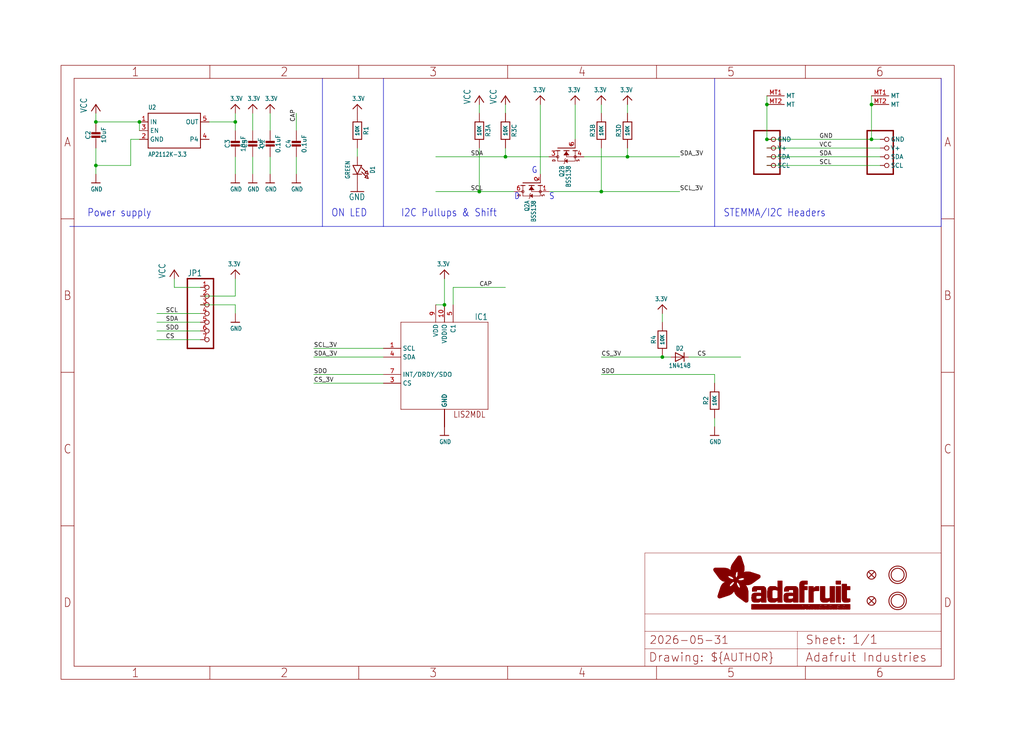
<source format=kicad_sch>
(kicad_sch (version 20230121) (generator eeschema)
  (paper "User" 298.45 217.322)
  (lib_symbols
    (symbol "working-eagle-import:3.3V" (power)
      (property "Value" "3.3V" (at -1.524 1.016 0))
      (symbol "3.3V_1_0"
        (pin power_in line (at 0 -2.54 90) (length 2.54) (name "3.3V") (number "1"))
      )
    )
    (symbol "working-eagle-import:CAP_CERAMIC0603_NO"
      (property "Reference" "C" (at -2.29 1.25 90))
      (symbol "CAP_CERAMIC0603_NO_1_0"
        (pin passive line (at 0 5.08 270) (length 2.54) (name "1") (number "1"))
        (pin passive line (at 0 -2.54 90) (length 2.54) (name "2") (number "2"))
      )
    )
    (symbol "working-eagle-import:CAP_CERAMIC0805-NOOUTLINE"
      (property "Reference" "C" (at -2.29 1.25 90))
      (symbol "CAP_CERAMIC0805-NOOUTLINE_1_0"
        (pin passive line (at 0 5.08 270) (length 2.54) (name "1") (number "1"))
        (pin passive line (at 0 -2.54 90) (length 2.54) (name "2") (number "2"))
      )
    )
    (symbol "working-eagle-import:DIODESOD-323"
      (property "Reference" "D" (at 0 2.54 0))
      (symbol "DIODESOD-323_1_0"
        (pin passive line (at -2.54 0 0) (length 2.54) (name "A") (number "A"))
        (pin passive line (at 2.54 0 180) (length 2.54) (name "C") (number "C"))
      )
    )
    (symbol "working-eagle-import:FIDUCIAL_1MM")
    (symbol "working-eagle-import:FRAME_A4_ADAFRUIT"
      (symbol "FRAME_A4_ADAFRUIT_1_0"
        (text "${#}/${##}" (at 230.505 10.16 0) (effects (font (size 2.54 2.54)) (justify left bottom)))
        (text "${AUTHOR}" (at 189.23 5.08 0) (effects (font (size 2.286 2.286)) (justify left bottom)))
        (text "${CURRENT_DATE}" (at 171.45 10.16 0) (effects (font (size 2.286 2.286)) (justify left bottom)))
        (text "${PROJECTNAME}" (at 171.45 15.24 0) (effects (font (size 2.54 2.54)) (justify left bottom)))
        (text "1" (at 21.6958 1.905 0) (effects (font (size 2.54 2.286))))
        (text "1" (at 21.6958 177.165 0) (effects (font (size 2.54 2.286))))
        (text "2" (at 65.0875 1.905 0) (effects (font (size 2.54 2.286))))
        (text "2" (at 65.0875 177.165 0) (effects (font (size 2.54 2.286))))
        (text "3" (at 108.4792 1.905 0) (effects (font (size 2.54 2.286))))
        (text "3" (at 108.4792 177.165 0) (effects (font (size 2.54 2.286))))
        (text "4" (at 151.8708 1.905 0) (effects (font (size 2.54 2.286))))
        (text "4" (at 151.8708 177.165 0) (effects (font (size 2.54 2.286))))
        (text "5" (at 195.2625 1.905 0) (effects (font (size 2.54 2.286))))
        (text "5" (at 195.2625 177.165 0) (effects (font (size 2.54 2.286))))
        (text "6" (at 238.6542 1.905 0) (effects (font (size 2.54 2.286))))
        (text "6" (at 238.6542 177.165 0) (effects (font (size 2.54 2.286))))
        (text "A" (at 1.905 156.6863 0) (effects (font (size 2.54 2.286))))
        (text "A" (at 258.445 156.6863 0) (effects (font (size 2.54 2.286))))
        (text "Adafruit Industries" (at 216.916 4.953 0) (effects (font (size 2.54 2.54)) (justify left bottom)))
        (text "B" (at 1.905 111.9188 0) (effects (font (size 2.54 2.286))))
        (text "B" (at 258.445 111.9188 0) (effects (font (size 2.54 2.286))))
        (text "C" (at 1.905 67.1513 0) (effects (font (size 2.54 2.286))))
        (text "C" (at 258.445 67.1513 0) (effects (font (size 2.54 2.286))))
        (text "D" (at 1.905 22.3838 0) (effects (font (size 2.54 2.286))))
        (text "D" (at 258.445 22.3838 0) (effects (font (size 2.54 2.286))))
        (text "Drawing:" (at 171.196 4.953 0) (effects (font (size 2.54 2.54)) (justify left bottom)))
        (text "Sheet:" (at 216.916 10.033 0) (effects (font (size 2.54 2.54)) (justify left bottom)))
      )
    )
    (symbol "working-eagle-import:GND" (power)
      (property "Value" "GND" (at -1.524 -2.54 0))
      (symbol "GND_1_0"
        (pin power_in line (at 0 2.54 270) (length 2.54) (name "GND") (number "1"))
      )
    )
    (symbol "working-eagle-import:HEADER-1X770MIL"
      (property "Reference" "JP" (at -6.35 10.795 0))
      (symbol "HEADER-1X770MIL_1_0"
        (pin passive inverted (at -2.54 7.62 0) (length 2.54) (name "1") (number "1"))
        (pin passive inverted (at -2.54 5.08 0) (length 2.54) (name "2") (number "2"))
        (pin passive inverted (at -2.54 2.54 0) (length 2.54) (name "3") (number "3"))
        (pin passive inverted (at -2.54 0 0) (length 2.54) (name "4") (number "4"))
        (pin passive inverted (at -2.54 -2.54 0) (length 2.54) (name "5") (number "5"))
        (pin passive inverted (at -2.54 -5.08 0) (length 2.54) (name "6") (number "6"))
        (pin passive inverted (at -2.54 -7.62 0) (length 2.54) (name "7") (number "7"))
      )
    )
    (symbol "working-eagle-import:LED0603_NOOUTLINE"
      (property "Reference" "D" (at -1.27 4.445 0))
      (symbol "LED0603_NOOUTLINE_1_0"
        (pin passive line (at -5.08 0 0) (length 2.54) (name "A") (number "A"))
        (pin passive line (at 2.54 0 180) (length 2.54) (name "C") (number "C"))
      )
    )
    (symbol "working-eagle-import:LIS2MDL"
      (property "Reference" "IC" (at 12.7 15.24 0))
      (symbol "LIS2MDL_1_0"
        (text "LIS2MDL" (at 2.54 -15.24 0) (effects (font (size 1.778 1.5113)) (justify left bottom)))
        (pin input line (at -17.78 5.08 0) (length 5.08) (name "SCL") (number "1"))
        (pin power_in line (at 0 17.78 270) (length 5.08) (name "VDDIO") (number "10"))
        (pin power_in line (at 0 -17.78 90) (length 5.08) (name "GND") (number "11"))
        (pin power_in line (at 0 -17.78 90) (length 5.08) (name "GND") (number "12"))
        (pin power_in line (at 0 -17.78 90) (length 5.08) (name "GND") (number "2"))
        (pin input line (at -17.78 -5.08 0) (length 5.08) (name "CS") (number "3"))
        (pin bidirectional line (at -17.78 2.54 0) (length 5.08) (name "SDA") (number "4"))
        (pin input line (at 2.54 17.78 270) (length 5.08) (name "C1") (number "5"))
        (pin power_in line (at 0 -17.78 90) (length 5.08) (name "GND") (number "6"))
        (pin bidirectional line (at -17.78 -2.54 0) (length 5.08) (name "INT/DRDY/SDO") (number "7"))
        (pin power_in line (at 0 -17.78 90) (length 5.08) (name "GND") (number "8"))
        (pin power_in line (at -2.54 17.78 270) (length 5.08) (name "VDD") (number "9"))
      )
    )
    (symbol "working-eagle-import:MOSFET-N_DUAL"
      (property "Reference" "Q" (at 5.08 0.635 0))
      (symbol "MOSFET-N_DUAL_1_0"
        (text "D" (at 3.175 3.175 0) (effects (font (size 0.8128 0.6908)) (justify left bottom)))
        (text "G" (at -1.27 -1.905 0) (effects (font (size 0.8128 0.6908)) (justify left bottom)))
        (text "S" (at 3.175 -3.81 0) (effects (font (size 0.8128 0.6908)) (justify left bottom)))
        (pin bidirectional line (at 2.54 -5.08 90) (length 2.54) (name "S") (number "1"))
        (pin bidirectional line (at -2.54 -2.54 0) (length 2.54) (name "G") (number "2"))
        (pin bidirectional line (at 2.54 5.08 270) (length 2.54) (name "D") (number "6"))
      )
      (symbol "MOSFET-N_DUAL_2_0"
        (text "D" (at 3.175 3.175 0) (effects (font (size 0.8128 0.6908)) (justify left bottom)))
        (text "G" (at -1.27 -1.905 0) (effects (font (size 0.8128 0.6908)) (justify left bottom)))
        (text "S" (at 3.175 -3.81 0) (effects (font (size 0.8128 0.6908)) (justify left bottom)))
        (pin bidirectional line (at 2.54 5.08 270) (length 2.54) (name "D") (number "3"))
        (pin bidirectional line (at 2.54 -5.08 90) (length 2.54) (name "S") (number "4"))
        (pin bidirectional line (at -2.54 -2.54 0) (length 2.54) (name "G") (number "5"))
      )
    )
    (symbol "working-eagle-import:MOUNTINGHOLE2.5")
    (symbol "working-eagle-import:RESISTOR_0603_NOOUT"
      (property "Reference" "R" (at 0 2.54 0))
      (symbol "RESISTOR_0603_NOOUT_1_0"
        (pin passive line (at -5.08 0 0) (length 2.54) (name "1") (number "1"))
        (pin passive line (at 5.08 0 180) (length 2.54) (name "2") (number "2"))
      )
    )
    (symbol "working-eagle-import:RESISTOR_4PACK"
      (property "Reference" "R" (at 0 2.54 0))
      (symbol "RESISTOR_4PACK_1_0"
        (pin passive line (at -5.08 0 0) (length 2.54) (name "1") (number "1"))
        (pin passive line (at 5.08 0 180) (length 2.54) (name "2") (number "8"))
      )
      (symbol "RESISTOR_4PACK_2_0"
        (pin passive line (at -5.08 0 0) (length 2.54) (name "1") (number "2"))
        (pin passive line (at 5.08 0 180) (length 2.54) (name "2") (number "7"))
      )
      (symbol "RESISTOR_4PACK_3_0"
        (pin passive line (at -5.08 0 0) (length 2.54) (name "1") (number "3"))
        (pin passive line (at 5.08 0 180) (length 2.54) (name "2") (number "6"))
      )
      (symbol "RESISTOR_4PACK_4_0"
        (pin passive line (at -5.08 0 0) (length 2.54) (name "1") (number "4"))
        (pin passive line (at 5.08 0 180) (length 2.54) (name "2") (number "5"))
      )
    )
    (symbol "working-eagle-import:STEMMA_I2C_QT"
      (symbol "STEMMA_I2C_QT_1_0"
        (pin passive inverted (at 0 5.08 0) (length 2.54) (name "GND") (number "1"))
        (pin passive inverted (at 0 2.54 0) (length 2.54) (name "V+") (number "2"))
        (pin passive inverted (at 0 0 0) (length 2.54) (name "SDA") (number "3"))
        (pin passive inverted (at 0 -2.54 0) (length 2.54) (name "SCL") (number "4"))
      )
      (symbol "STEMMA_I2C_QT_2_0"
        (pin bidirectional line (at 0 0 0) (length 5.08) (name "MT") (number "MT1"))
      )
      (symbol "STEMMA_I2C_QT_3_0"
        (pin bidirectional line (at 0 0 0) (length 5.08) (name "MT") (number "MT2"))
      )
    )
    (symbol "working-eagle-import:VCC" (power)
      (property "Value" "VCC" (at -2.54 -2.54 90))
      (symbol "VCC_1_0"
        (pin power_in line (at 0 -2.54 90) (length 2.54) (name "VCC") (number "1"))
      )
    )
    (symbol "working-eagle-import:VREG_SOT23-5"
      (property "Reference" "U" (at -7.62 6.096 0))
      (symbol "VREG_SOT23-5_1_0"
        (pin power_in line (at -10.16 2.54 0) (length 2.54) (name "IN") (number "1"))
        (pin power_in line (at -10.16 -2.54 0) (length 2.54) (name "GND") (number "2"))
        (pin input line (at -10.16 0 0) (length 2.54) (name "EN") (number "3"))
        (pin bidirectional line (at 10.16 -2.54 180) (length 2.54) (name "P4") (number "4"))
        (pin power_in line (at 10.16 2.54 180) (length 2.54) (name "OUT") (number "5"))
      )
    )
    (symbol "working-eagle-import:supply1_GND" (power)
      (property "Value" "supply1_GND" (at -2.54 -2.54 0))
      (symbol "supply1_GND_1_0"
        (pin power_in line (at 0 2.54 270) (length 2.54) (name "GND") (number "1"))
      )
    )
  )
  (junction (at 223.52 40.64))
  (junction (at 175.26 55.88))
  (junction (at 182.88 45.72))
  (junction (at 193.04 104.14))
  (junction (at 68.58 35.56))
  (junction (at 147.32 45.72))
  (junction (at 27.94 48.26))
  (junction (at 129.54 88.9))
  (junction (at 254 30.48))
  (junction (at 27.94 35.56))
  (junction (at 139.7 55.88))
  (junction (at 254 40.64))
  (junction (at 223.52 30.48))
  (junction (at 40.64 35.56))
  (wire (pts (xy 27.94 33.02) (xy 27.94 35.56)) (stroke (width 0.1524)))
  (wire (pts (xy 139.7 55.88) (xy 127 55.88)) (stroke (width 0.1524)))
  (wire (pts (xy 223.52 48.26) (xy 256.54 48.26)) (stroke (width 0.1524)))
  (wire (pts (xy 78.74 45.72) (xy 78.74 50.8)) (stroke (width 0.1524)))
  (wire (pts (xy 73.66 45.72) (xy 73.66 50.8)) (stroke (width 0.1524)))
  (wire (pts (xy 170.18 45.72) (xy 182.88 45.72)) (stroke (width 0.1524)))
  (wire (pts (xy 86.36 45.72) (xy 86.36 50.8)) (stroke (width 0.1524)))
  (wire (pts (xy 58.42 93.98) (xy 45.72 93.98)) (stroke (width 0.1524)))
  (wire (pts (xy 58.42 96.52) (xy 45.72 96.52)) (stroke (width 0.1524)))
  (wire (pts (xy 111.76 101.6) (xy 91.44 101.6)) (stroke (width 0.1524)))
  (wire (pts (xy 40.64 40.64) (xy 38.1 40.64)) (stroke (width 0.1524)))
  (wire (pts (xy 149.86 55.88) (xy 139.7 55.88)) (stroke (width 0.1524)))
  (wire (pts (xy 175.26 43.18) (xy 175.26 55.88)) (stroke (width 0.1524)))
  (wire (pts (xy 254 27.94) (xy 254 30.48)) (stroke (width 0.1524)))
  (wire (pts (xy 182.88 33.02) (xy 182.88 30.48)) (stroke (width 0.1524)))
  (wire (pts (xy 111.76 111.76) (xy 91.44 111.76)) (stroke (width 0.1524)))
  (wire (pts (xy 147.32 33.02) (xy 147.32 30.48)) (stroke (width 0.1524)))
  (wire (pts (xy 129.54 88.9) (xy 129.54 81.28)) (stroke (width 0.1524)))
  (polyline (pts (xy 111.76 22.86) (xy 111.76 66.04)) (stroke (width 0.1524) (type solid)))
  (wire (pts (xy 68.58 45.72) (xy 68.58 50.8)) (stroke (width 0.1524)))
  (wire (pts (xy 58.42 99.06) (xy 45.72 99.06)) (stroke (width 0.1524)))
  (wire (pts (xy 175.26 55.88) (xy 198.12 55.88)) (stroke (width 0.1524)))
  (wire (pts (xy 132.08 83.82) (xy 147.32 83.82)) (stroke (width 0.1524)))
  (wire (pts (xy 40.64 38.1) (xy 40.64 35.56)) (stroke (width 0.1524)))
  (polyline (pts (xy 274.32 22.86) (xy 274.32 66.04)) (stroke (width 0.1524) (type solid)))
  (polyline (pts (xy 111.76 66.04) (xy 208.28 66.04)) (stroke (width 0.1524) (type solid)))
  (wire (pts (xy 182.88 45.72) (xy 198.12 45.72)) (stroke (width 0.1524)))
  (polyline (pts (xy 20.32 66.04) (xy 93.98 66.04)) (stroke (width 0.1524) (type solid)))
  (wire (pts (xy 167.64 40.64) (xy 167.64 30.48)) (stroke (width 0.1524)))
  (wire (pts (xy 139.7 30.48) (xy 139.7 33.02)) (stroke (width 0.1524)))
  (wire (pts (xy 256.54 40.64) (xy 254 40.64)) (stroke (width 0.1524)))
  (wire (pts (xy 68.58 88.9) (xy 68.58 91.44)) (stroke (width 0.1524)))
  (wire (pts (xy 111.76 109.22) (xy 91.44 109.22)) (stroke (width 0.1524)))
  (wire (pts (xy 68.58 35.56) (xy 68.58 33.02)) (stroke (width 0.1524)))
  (wire (pts (xy 195.58 104.14) (xy 193.04 104.14)) (stroke (width 0.1524)))
  (wire (pts (xy 254 30.48) (xy 254 40.64)) (stroke (width 0.1524)))
  (wire (pts (xy 160.02 45.72) (xy 147.32 45.72)) (stroke (width 0.1524)))
  (wire (pts (xy 58.42 83.82) (xy 50.8 83.82)) (stroke (width 0.1524)))
  (wire (pts (xy 78.74 33.02) (xy 78.74 38.1)) (stroke (width 0.1524)))
  (wire (pts (xy 73.66 38.1) (xy 73.66 33.02)) (stroke (width 0.1524)))
  (wire (pts (xy 193.04 93.98) (xy 193.04 91.44)) (stroke (width 0.1524)))
  (wire (pts (xy 254 40.64) (xy 223.52 40.64)) (stroke (width 0.1524)))
  (wire (pts (xy 58.42 86.36) (xy 68.58 86.36)) (stroke (width 0.1524)))
  (wire (pts (xy 68.58 86.36) (xy 68.58 81.28)) (stroke (width 0.1524)))
  (wire (pts (xy 175.26 33.02) (xy 175.26 30.48)) (stroke (width 0.1524)))
  (wire (pts (xy 104.14 45.72) (xy 104.14 43.18)) (stroke (width 0.1524)))
  (wire (pts (xy 58.42 88.9) (xy 68.58 88.9)) (stroke (width 0.1524)))
  (wire (pts (xy 38.1 40.64) (xy 38.1 48.26)) (stroke (width 0.1524)))
  (wire (pts (xy 157.48 50.8) (xy 157.48 30.48)) (stroke (width 0.1524)))
  (wire (pts (xy 127 88.9) (xy 129.54 88.9)) (stroke (width 0.1524)))
  (wire (pts (xy 86.36 33.02) (xy 86.36 38.1)) (stroke (width 0.1524)))
  (wire (pts (xy 147.32 45.72) (xy 127 45.72)) (stroke (width 0.1524)))
  (polyline (pts (xy 208.28 66.04) (xy 274.32 66.04)) (stroke (width 0.1524) (type solid)))
  (wire (pts (xy 40.64 35.56) (xy 27.94 35.56)) (stroke (width 0.1524)))
  (polyline (pts (xy 208.28 22.86) (xy 208.28 66.04)) (stroke (width 0.1524) (type solid)))
  (wire (pts (xy 208.28 124.46) (xy 208.28 121.92)) (stroke (width 0.1524)))
  (wire (pts (xy 256.54 45.72) (xy 223.52 45.72)) (stroke (width 0.1524)))
  (wire (pts (xy 68.58 35.56) (xy 68.58 38.1)) (stroke (width 0.1524)))
  (wire (pts (xy 200.66 104.14) (xy 215.9 104.14)) (stroke (width 0.1524)))
  (wire (pts (xy 182.88 43.18) (xy 182.88 45.72)) (stroke (width 0.1524)))
  (wire (pts (xy 38.1 48.26) (xy 27.94 48.26)) (stroke (width 0.1524)))
  (wire (pts (xy 27.94 48.26) (xy 27.94 50.8)) (stroke (width 0.1524)))
  (wire (pts (xy 223.52 43.18) (xy 256.54 43.18)) (stroke (width 0.1524)))
  (wire (pts (xy 139.7 43.18) (xy 139.7 55.88)) (stroke (width 0.1524)))
  (wire (pts (xy 147.32 43.18) (xy 147.32 45.72)) (stroke (width 0.1524)))
  (polyline (pts (xy 93.98 22.86) (xy 93.98 66.04)) (stroke (width 0.1524) (type solid)))
  (wire (pts (xy 208.28 109.22) (xy 175.26 109.22)) (stroke (width 0.1524)))
  (wire (pts (xy 223.52 30.48) (xy 223.52 40.64)) (stroke (width 0.1524)))
  (wire (pts (xy 58.42 91.44) (xy 45.72 91.44)) (stroke (width 0.1524)))
  (polyline (pts (xy 93.98 66.04) (xy 111.76 66.04)) (stroke (width 0.1524) (type solid)))
  (wire (pts (xy 27.94 48.26) (xy 27.94 43.18)) (stroke (width 0.1524)))
  (wire (pts (xy 132.08 88.9) (xy 132.08 83.82)) (stroke (width 0.1524)))
  (wire (pts (xy 193.04 104.14) (xy 175.26 104.14)) (stroke (width 0.1524)))
  (wire (pts (xy 223.52 27.94) (xy 223.52 30.48)) (stroke (width 0.1524)))
  (wire (pts (xy 60.96 35.56) (xy 68.58 35.56)) (stroke (width 0.1524)))
  (wire (pts (xy 91.44 104.14) (xy 111.76 104.14)) (stroke (width 0.1524)))
  (wire (pts (xy 160.02 55.88) (xy 175.26 55.88)) (stroke (width 0.1524)))
  (wire (pts (xy 208.28 111.76) (xy 208.28 109.22)) (stroke (width 0.1524)))
  (wire (pts (xy 50.8 83.82) (xy 50.8 81.28)) (stroke (width 0.1524)))
  (text "D" (at 149.86 58.42 0) (effects (font (size 1.778 1.5113)) (justify left bottom)))
  (text "ON LED" (at 96.52 63.5 0) (effects (font (size 2.1844 1.8567)) (justify left bottom)))
  (text "S" (at 160.02 58.42 0) (effects (font (size 1.778 1.5113)) (justify left bottom)))
  (text "Power supply" (at 25.4 63.5 0) (effects (font (size 2.1844 1.8567)) (justify left bottom)))
  (text "STEMMA/I2C Headers" (at 210.82 63.5 0) (effects (font (size 2.1844 1.8567)) (justify left bottom)))
  (text "I2C Pullups & Shift" (at 116.84 63.5 0) (effects (font (size 2.1844 1.8567)) (justify left bottom)))
  (text "G" (at 154.94 50.8 0) (effects (font (size 1.778 1.5113)) (justify left bottom)))
  (label "SDO" (at 91.44 109.22 0) (effects (font (size 1.2446 1.2446))))
  (label "SDA_3V" (at 91.44 104.14 0) (effects (font (size 1.2446 1.2446))))
  (label "SDA" (at 238.76 45.72 0) (effects (font (size 1.2446 1.2446))))
  (label "SDA_3V" (at 198.12 45.72 0) (effects (font (size 1.2446 1.2446))))
  (label "CS" (at 48.26 99.06 0) (effects (font (size 1.2446 1.2446))))
  (label "SCL_3V" (at 91.44 101.6 0) (effects (font (size 1.2446 1.2446))))
  (label "SCL" (at 238.76 48.26 0) (effects (font (size 1.2446 1.2446))))
  (label "SDA" (at 48.26 93.98 0) (effects (font (size 1.2446 1.2446))))
  (label "SCL" (at 137.16 55.88 0) (effects (font (size 1.2446 1.2446))))
  (label "CAP" (at 86.36 35.56 90) (effects (font (size 1.2446 1.2446))))
  (label "SDA" (at 137.16 45.72 0) (effects (font (size 1.2446 1.2446))))
  (label "GND" (at 238.76 40.64 0) (effects (font (size 1.2446 1.2446))))
  (label "CS_3V" (at 91.44 111.76 0) (effects (font (size 1.2446 1.2446))))
  (label "CS_3V" (at 175.26 104.14 0) (effects (font (size 1.2446 1.2446))))
  (label "CS" (at 203.2 104.14 0) (effects (font (size 1.2446 1.2446))))
  (label "CAP" (at 139.7 83.82 0) (effects (font (size 1.2446 1.2446))))
  (label "SCL_3V" (at 198.12 55.88 0) (effects (font (size 1.2446 1.2446))))
  (label "SDO" (at 48.26 96.52 0) (effects (font (size 1.2446 1.2446))))
  (label "SDO" (at 175.26 109.22 0) (effects (font (size 1.2446 1.2446))))
  (label "SCL" (at 48.26 91.44 0) (effects (font (size 1.2446 1.2446))))
  (label "VCC" (at 238.76 43.18 0) (effects (font (size 1.2446 1.2446))))
  (symbol (lib_id "working-eagle-import:3.3V") (at 73.66 30.48 0) (unit 1)
    (property "Reference" "#U$22" (effects hide))
    (property "Value" "3.3V" (at 72.136 29.464 0) (effects (font (size 1.27 1.0795)) (justify left bottom)))
  )
  (symbol (lib_id "working-eagle-import:CAP_CERAMIC0805-NOOUTLINE") (at 27.94 40.64 0) (unit 1)
    (property "Reference" "C2" (at 25.65 39.39 90))
    (property "Value" "10uF" (at 30.24 39.39 90))
    (property "Footprint" "working:0805-NO" (effects hide))
  )
  (symbol (lib_id "working-eagle-import:VCC") (at 139.7 27.94 0) (unit 1)
    (property "Reference" "#P+1" (effects hide))
    (property "Value" "VCC" (at 137.16 30.48 90) (effects (font (size 1.778 1.5113)) (justify left bottom)))
  )
  (symbol (lib_id "working-eagle-import:CAP_CERAMIC0603_NO") (at 78.74 43.18 0) (unit 1)
    (property "Reference" "C1" (at 76.45 41.93 90))
    (property "Value" "0.1uF" (at 81.04 41.93 90))
    (property "Footprint" "working:0603-NO" (effects hide))
  )
  (symbol (lib_id "working-eagle-import:MOUNTINGHOLE2.5") (at 261.62 167.64 0) (unit 1)
    (property "Reference" "U$17" (effects hide))
    (property "Value" "MOUNTINGHOLE2.5" (effects hide))
    (property "Footprint" "working:MOUNTINGHOLE_2.5_PLATED" (effects hide))
  )
  (symbol (lib_id "working-eagle-import:RESISTOR_0603_NOOUT") (at 208.28 116.84 90) (unit 1)
    (property "Reference" "R2" (at 205.74 116.84 0))
    (property "Value" "10K" (at 208.28 116.84 0) (effects (font (size 1.016 1.016) bold)))
    (property "Footprint" "working:0603-NO" (effects hide))
  )
  (symbol (lib_id "working-eagle-import:CAP_CERAMIC0603_NO") (at 73.66 43.18 0) (unit 1)
    (property "Reference" "C5" (at 71.37 41.93 90))
    (property "Value" "1uF" (at 75.96 41.93 90))
    (property "Footprint" "working:0603-NO" (effects hide))
  )
  (symbol (lib_id "working-eagle-import:DIODESOD-323") (at 198.12 104.14 0) (unit 1)
    (property "Reference" "D2" (at 198.12 101.6 0) (effects (font (size 1.27 1.0795))))
    (property "Value" "1N4148" (at 198.12 106.64 0) (effects (font (size 1.27 1.0795))))
    (property "Footprint" "working:SOD-323" (effects hide))
  )
  (symbol (lib_id "working-eagle-import:GND") (at 68.58 53.34 0) (unit 1)
    (property "Reference" "#U$5" (effects hide))
    (property "Value" "GND" (at 67.056 55.88 0) (effects (font (size 1.27 1.0795)) (justify left bottom)))
  )
  (symbol (lib_id "working-eagle-import:STEMMA_I2C_QT") (at 254 27.94 0) (unit 2)
    (property "Reference" "CONN4" (effects hide))
    (property "Value" "STEMMA_I2C_QT" (effects hide))
    (property "Footprint" "working:JST_SH4" (effects hide))
  )
  (symbol (lib_id "working-eagle-import:GND") (at 68.58 93.98 0) (unit 1)
    (property "Reference" "#U$10" (effects hide))
    (property "Value" "GND" (at 67.056 96.52 0) (effects (font (size 1.27 1.0795)) (justify left bottom)))
  )
  (symbol (lib_id "working-eagle-import:FIDUCIAL_1MM") (at 254 175.26 0) (unit 1)
    (property "Reference" "FID3" (effects hide))
    (property "Value" "FIDUCIAL_1MM" (effects hide))
    (property "Footprint" "working:FIDUCIAL_1MM" (effects hide))
  )
  (symbol (lib_id "working-eagle-import:STEMMA_I2C_QT") (at 223.52 45.72 0) (unit 1)
    (property "Reference" "CONN3" (effects hide))
    (property "Value" "STEMMA_I2C_QT" (effects hide))
    (property "Footprint" "working:JST_SH4" (effects hide))
  )
  (symbol (lib_id "working-eagle-import:3.3V") (at 175.26 27.94 0) (mirror y) (unit 1)
    (property "Reference" "#U$24" (effects hide))
    (property "Value" "3.3V" (at 176.784 26.924 0) (effects (font (size 1.27 1.0795)) (justify left bottom)))
  )
  (symbol (lib_id "working-eagle-import:RESISTOR_4PACK") (at 139.7 38.1 270) (unit 1)
    (property "Reference" "R3" (at 142.24 38.1 0))
    (property "Value" "10K" (at 139.7 38.1 0) (effects (font (size 1.016 1.016) bold)))
    (property "Footprint" "working:RESPACK_4X0603" (effects hide))
  )
  (symbol (lib_id "working-eagle-import:3.3V") (at 68.58 30.48 0) (unit 1)
    (property "Reference" "#U$15" (effects hide))
    (property "Value" "3.3V" (at 67.056 29.464 0) (effects (font (size 1.27 1.0795)) (justify left bottom)))
  )
  (symbol (lib_id "working-eagle-import:MOSFET-N_DUAL") (at 165.1 43.18 90) (mirror x) (unit 2)
    (property "Reference" "Q2" (at 164.465 48.26 0) (effects (font (size 1.27 1.0795)) (justify left bottom)))
    (property "Value" "BSS138" (at 166.37 48.26 0) (effects (font (size 1.27 1.0795)) (justify left bottom)))
    (property "Footprint" "working:SOT363" (effects hide))
  )
  (symbol (lib_id "working-eagle-import:3.3V") (at 167.64 27.94 0) (mirror y) (unit 1)
    (property "Reference" "#U$23" (effects hide))
    (property "Value" "3.3V" (at 169.164 26.924 0) (effects (font (size 1.27 1.0795)) (justify left bottom)))
  )
  (symbol (lib_id "working-eagle-import:FIDUCIAL_1MM") (at 254 167.64 0) (unit 1)
    (property "Reference" "FID4" (effects hide))
    (property "Value" "FIDUCIAL_1MM" (effects hide))
    (property "Footprint" "working:FIDUCIAL_1MM" (effects hide))
  )
  (symbol (lib_id "working-eagle-import:STEMMA_I2C_QT") (at 256.54 45.72 0) (unit 1)
    (property "Reference" "CONN4" (effects hide))
    (property "Value" "STEMMA_I2C_QT" (effects hide))
    (property "Footprint" "working:JST_SH4" (effects hide))
  )
  (symbol (lib_id "working-eagle-import:MOSFET-N_DUAL") (at 154.94 53.34 90) (mirror x) (unit 1)
    (property "Reference" "Q2" (at 154.305 58.42 0) (effects (font (size 1.27 1.0795)) (justify left bottom)))
    (property "Value" "BSS138" (at 156.21 58.42 0) (effects (font (size 1.27 1.0795)) (justify left bottom)))
    (property "Footprint" "working:SOT363" (effects hide))
  )
  (symbol (lib_id "working-eagle-import:GND") (at 78.74 53.34 0) (unit 1)
    (property "Reference" "#U$6" (effects hide))
    (property "Value" "GND" (at 77.216 55.88 0) (effects (font (size 1.27 1.0795)) (justify left bottom)))
  )
  (symbol (lib_id "working-eagle-import:3.3V") (at 104.14 30.48 0) (unit 1)
    (property "Reference" "#U$3" (effects hide))
    (property "Value" "3.3V" (at 102.616 29.464 0) (effects (font (size 1.27 1.0795)) (justify left bottom)))
  )
  (symbol (lib_id "working-eagle-import:RESISTOR_4PACK") (at 147.32 38.1 270) (unit 3)
    (property "Reference" "R3" (at 149.86 38.1 0))
    (property "Value" "10K" (at 147.32 38.1 0) (effects (font (size 1.016 1.016) bold)))
    (property "Footprint" "working:RESPACK_4X0603" (effects hide))
  )
  (symbol (lib_id "working-eagle-import:LED0603_NOOUTLINE") (at 104.14 50.8 270) (unit 1)
    (property "Reference" "D1" (at 108.585 49.53 0) (effects (font (size 1.27 1.0795))))
    (property "Value" "GREEN" (at 101.346 49.53 0) (effects (font (size 1.27 1.0795))))
    (property "Footprint" "working:CHIPLED_0603_NOOUTLINE" (effects hide))
  )
  (symbol (lib_id "working-eagle-import:GND") (at 73.66 53.34 0) (unit 1)
    (property "Reference" "#U$27" (effects hide))
    (property "Value" "GND" (at 72.136 55.88 0) (effects (font (size 1.27 1.0795)) (justify left bottom)))
  )
  (symbol (lib_id "working-eagle-import:GND") (at 27.94 53.34 0) (unit 1)
    (property "Reference" "#U$13" (effects hide))
    (property "Value" "GND" (at 26.416 55.88 0) (effects (font (size 1.27 1.0795)) (justify left bottom)))
  )
  (symbol (lib_id "working-eagle-import:3.3V") (at 78.74 30.48 0) (unit 1)
    (property "Reference" "#U$14" (effects hide))
    (property "Value" "3.3V" (at 77.216 29.464 0) (effects (font (size 1.27 1.0795)) (justify left bottom)))
  )
  (symbol (lib_id "working-eagle-import:3.3V") (at 182.88 27.94 0) (mirror y) (unit 1)
    (property "Reference" "#U$7" (effects hide))
    (property "Value" "3.3V" (at 184.404 26.924 0) (effects (font (size 1.27 1.0795)) (justify left bottom)))
  )
  (symbol (lib_id "working-eagle-import:GND") (at 208.28 127 0) (unit 1)
    (property "Reference" "#U$20" (effects hide))
    (property "Value" "GND" (at 206.756 129.54 0) (effects (font (size 1.27 1.0795)) (justify left bottom)))
  )
  (symbol (lib_id "working-eagle-import:3.3V") (at 129.54 78.74 0) (mirror y) (unit 1)
    (property "Reference" "#U$4" (effects hide))
    (property "Value" "3.3V" (at 131.064 77.724 0) (effects (font (size 1.27 1.0795)) (justify left bottom)))
  )
  (symbol (lib_id "working-eagle-import:3.3V") (at 68.58 78.74 0) (mirror y) (unit 1)
    (property "Reference" "#U$8" (effects hide))
    (property "Value" "3.3V" (at 70.104 77.724 0) (effects (font (size 1.27 1.0795)) (justify left bottom)))
  )
  (symbol (lib_id "working-eagle-import:RESISTOR_4PACK") (at 175.26 38.1 90) (mirror x) (unit 2)
    (property "Reference" "R3" (at 172.72 38.1 0))
    (property "Value" "10K" (at 175.26 38.1 0) (effects (font (size 1.016 1.016) bold)))
    (property "Footprint" "working:RESPACK_4X0603" (effects hide))
  )
  (symbol (lib_id "working-eagle-import:RESISTOR_0603_NOOUT") (at 193.04 99.06 90) (unit 1)
    (property "Reference" "R4" (at 190.5 99.06 0))
    (property "Value" "10K" (at 193.04 99.06 0) (effects (font (size 1.016 1.016) bold)))
    (property "Footprint" "working:0603-NO" (effects hide))
  )
  (symbol (lib_id "working-eagle-import:STEMMA_I2C_QT") (at 254 30.48 0) (unit 3)
    (property "Reference" "CONN4" (effects hide))
    (property "Value" "STEMMA_I2C_QT" (effects hide))
    (property "Footprint" "working:JST_SH4" (effects hide))
  )
  (symbol (lib_id "working-eagle-import:CAP_CERAMIC0805-NOOUTLINE") (at 68.58 43.18 0) (unit 1)
    (property "Reference" "C3" (at 66.29 41.93 90))
    (property "Value" "10uF" (at 70.88 41.93 90))
    (property "Footprint" "working:0805-NO" (effects hide))
  )
  (symbol (lib_id "working-eagle-import:VCC") (at 50.8 78.74 0) (unit 1)
    (property "Reference" "#P+4" (effects hide))
    (property "Value" "VCC" (at 48.26 81.28 90) (effects (font (size 1.778 1.5113)) (justify left bottom)))
  )
  (symbol (lib_id "working-eagle-import:STEMMA_I2C_QT") (at 223.52 27.94 0) (unit 2)
    (property "Reference" "CONN3" (effects hide))
    (property "Value" "STEMMA_I2C_QT" (effects hide))
    (property "Footprint" "working:JST_SH4" (effects hide))
  )
  (symbol (lib_id "working-eagle-import:STEMMA_I2C_QT") (at 223.52 30.48 0) (unit 3)
    (property "Reference" "CONN3" (effects hide))
    (property "Value" "STEMMA_I2C_QT" (effects hide))
    (property "Footprint" "working:JST_SH4" (effects hide))
  )
  (symbol (lib_id "working-eagle-import:3.3V") (at 157.48 27.94 0) (mirror y) (unit 1)
    (property "Reference" "#U$26" (effects hide))
    (property "Value" "3.3V" (at 159.004 26.924 0) (effects (font (size 1.27 1.0795)) (justify left bottom)))
  )
  (symbol (lib_id "working-eagle-import:VCC") (at 27.94 30.48 0) (unit 1)
    (property "Reference" "#P+3" (effects hide))
    (property "Value" "VCC" (at 25.4 33.02 90) (effects (font (size 1.778 1.5113)) (justify left bottom)))
  )
  (symbol (lib_id "working-eagle-import:supply1_GND") (at 104.14 55.88 0) (unit 1)
    (property "Reference" "#GND6" (effects hide))
    (property "Value" "GND" (at 101.6 58.42 0) (effects (font (size 1.778 1.5113)) (justify left bottom)))
  )
  (symbol (lib_id "working-eagle-import:RESISTOR_0603_NOOUT") (at 104.14 38.1 270) (unit 1)
    (property "Reference" "R1" (at 106.68 38.1 0))
    (property "Value" "10K" (at 104.14 38.1 0) (effects (font (size 1.016 1.016) bold)))
    (property "Footprint" "working:0603-NO" (effects hide))
  )
  (symbol (lib_id "working-eagle-import:3.3V") (at 193.04 88.9 0) (mirror y) (unit 1)
    (property "Reference" "#U$12" (effects hide))
    (property "Value" "3.3V" (at 194.564 87.884 0) (effects (font (size 1.27 1.0795)) (justify left bottom)))
  )
  (symbol (lib_id "working-eagle-import:LIS2MDL") (at 129.54 106.68 0) (unit 1)
    (property "Reference" "IC1" (at 142.24 91.44 0) (effects (font (size 1.778 1.5113)) (justify right top)))
    (property "Value" "LIS2MDL" (effects hide))
    (property "Footprint" "working:LGA12_2X2MM" (effects hide))
  )
  (symbol (lib_id "working-eagle-import:HEADER-1X770MIL") (at 60.96 91.44 0) (unit 1)
    (property "Reference" "JP1" (at 54.61 80.645 0) (effects (font (size 1.778 1.5113)) (justify left bottom)))
    (property "Value" "HEADER-1X770MIL" (effects hide))
    (property "Footprint" "working:1X07_ROUND_70" (effects hide))
  )
  (symbol (lib_id "working-eagle-import:MOUNTINGHOLE2.5") (at 261.62 175.26 0) (unit 1)
    (property "Reference" "U$1" (effects hide))
    (property "Value" "MOUNTINGHOLE2.5" (effects hide))
    (property "Footprint" "working:MOUNTINGHOLE_2.5_PLATED" (effects hide))
  )
  (symbol (lib_id "working-eagle-import:GND") (at 129.54 127 0) (unit 1)
    (property "Reference" "#U$2" (effects hide))
    (property "Value" "GND" (at 128.016 129.54 0) (effects (font (size 1.27 1.0795)) (justify left bottom)))
  )
  (symbol (lib_id "working-eagle-import:GND") (at 86.36 53.34 0) (unit 1)
    (property "Reference" "#U$9" (effects hide))
    (property "Value" "GND" (at 84.836 55.88 0) (effects (font (size 1.27 1.0795)) (justify left bottom)))
  )
  (symbol (lib_id "working-eagle-import:VCC") (at 147.32 27.94 0) (unit 1)
    (property "Reference" "#P+2" (effects hide))
    (property "Value" "VCC" (at 144.78 30.48 90) (effects (font (size 1.778 1.5113)) (justify left bottom)))
  )
  (symbol (lib_id "working-eagle-import:RESISTOR_4PACK") (at 182.88 38.1 90) (mirror x) (unit 4)
    (property "Reference" "R3" (at 180.34 38.1 0))
    (property "Value" "10K" (at 182.88 38.1 0) (effects (font (size 1.016 1.016) bold)))
    (property "Footprint" "working:RESPACK_4X0603" (effects hide))
  )
  (symbol (lib_id "working-eagle-import:FRAME_A4_ADAFRUIT") (at 17.78 198.12 0) (unit 1)
    (property "Reference" "#U$18" (effects hide))
    (property "Value" "FRAME_A4_ADAFRUIT" (effects hide))
  )
  (symbol (lib_id "working-eagle-import:VREG_SOT23-5") (at 50.8 38.1 0) (unit 1)
    (property "Reference" "U2" (at 43.18 32.004 0) (effects (font (size 1.27 1.0795)) (justify left bottom)))
    (property "Value" "AP2112K-3.3" (at 43.18 45.72 0) (effects (font (size 1.27 1.0795)) (justify left bottom)))
    (property "Footprint" "working:SOT23-5" (effects hide))
  )
  (symbol (lib_id "working-eagle-import:CAP_CERAMIC0603_NO") (at 86.36 43.18 0) (unit 1)
    (property "Reference" "C4" (at 84.07 41.93 90))
    (property "Value" "0.1uF" (at 88.66 41.93 90))
    (property "Footprint" "working:0603-NO" (effects hide))
  )
)
</source>
